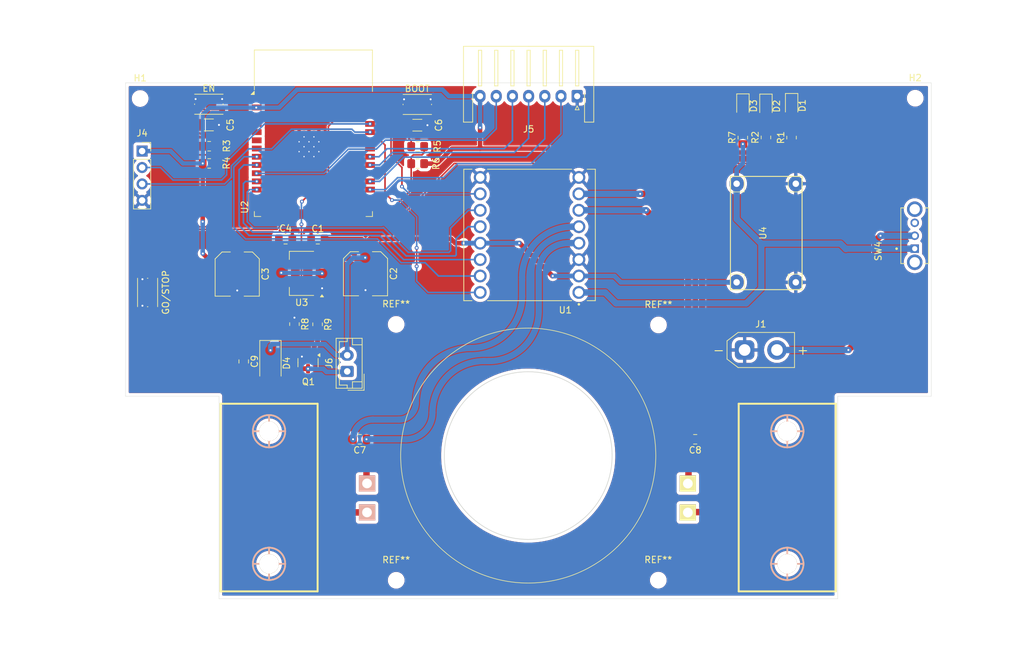
<source format=kicad_pcb>
(kicad_pcb (version 20241229) (generator "pcbnew") (generator_version "9.0")
  (layers (0 "F.Cu" signal) (2 "B.Cu" signal) (13 "F.Paste" user) (15 "B.Paste" user) (5 "F.SilkS" user "F.Silkscreen") (7 "B.SilkS" user "B.Silkscreen") (1 "F.Mask" user) (3 "B.Mask" user) (25 "Edge.Cuts" user))
  (net 0 "")
  (net 1 "GND")
  (net 2 "+5V")
  (net 3 "+3.3V")
  (net 4 "Net-(C5-Pad2)")
  (net 5 "Net-(C6-Pad2)")
  (net 6 "Net-(D1-A)")
  (net 7 "Net-(D2-A)")
  (net 8 "TXD0")
  (net 9 "EN")
  (net 10 "LED")
  (net 11 "RXD0")
  (net 12 "IO0")
  (net 13 "Net-(D3-A)")
  (net 14 "VCC")
  (net 22 "D23")
  (net 25 "Net-(U1-A01)")
  (net 26 "Net-(U1-A02)")
  (net 27 "Net-(U1-B01)")
  (net 28 "Net-(U1-B02)")
  (net 29 "Net-(J1-Pin_2)")
  (net 31 "M1")
  (net 32 "M0")
  (net 33 "M2")
  (net 34 "SIG")
  (net 35 "M3")
  (net 37 "BI1")
  (net 39 "PWMA")
  (net 44 "AI2")
  (net 45 "BI2")
  (net 47 "PWMB")
  (net 48 "AI1")
  (net 49 "D13")
  (net 50 "Net-(D4-A)")
  (net 51 "Net-(Q1-G)")
  (footprint "Capacitor_SMD:C_0805_2012Metric_Pad1.18x1.45mm_HandSolder" (layer "F.Cu") (at 166.5968 153.936798 -90)
    (property "Reference" "C9")
    (property "Value" "0.1uF")
  )
  (footprint "MountingHole:MountingHole_2.2mm_M2" (layer "F.Cu") (at 270.322 113.251998)
    (property "Reference" "H2")
    (property "Value" "Mounting_Hole")
  )
  (footprint "MountingHole:MountingHole_2.2mm_M2" (layer "F.Cu") (at 230.6668 148.296798)
    (property "Reference" "REF**")
    (property "Value" "MountingHole_2.2mm_M2")
  )
  (footprint "RF_Module:ESP32-WROOM-32" (layer "F.Cu") (at 177.3618 121.656798)
    (property "Reference" "U2")
    (property "Value" "ESP32-WROOM-32")
  )
  (footprint "LED_SMD:LED_0805_2012Metric_Pad1.15x1.40mm_HandSolder" (layer "F.Cu") (at 243.71 114.434999 -90)
    (property "Reference" "D3")
    (property "Value" "POWER")
  )
  (footprint "Capacitor_SMD:C_0805_2012Metric_Pad1.18x1.45mm_HandSolder" (layer "F.Cu") (at 173.0676 135.046098)
    (property "Reference" "C4")
    (property "Value" "100n")
  )
  (footprint "Capacitor_SMD:C_1206_3216Metric_Pad1.33x1.80mm_HandSolder" (layer "F.Cu") (at 161.2168 117.376798 180)
    (property "Reference" "C5")
    (property "Value" "1n")
  )
  (footprint "Button_Switch_SMD:SW_Push_1P1T_NO_CK_KMR2" (layer "F.Cu") (at 161.2168 114.176798)
    (property "Reference" "EN")
    (property "Value" "ENABLE")
  )
  (footprint "MountingHole:MountingHole_2.2mm_M2" (layer "F.Cu") (at 190.1568 187.766798)
    (property "Reference" "REF**")
    (property "Value" "MountingHole_2.2mm_M2")
  )
  (footprint "Resistor_SMD:R_0805_2012Metric_Pad1.20x1.40mm_HandSolder" (layer "F.Cu") (at 193.4676 123.360798)
    (property "Reference" "R6")
    (property "Value" "10k")
  )
  (footprint "Connector_PinSocket_2.54mm:PinSocket_1x04_P2.54mm_Vertical" (layer "F.Cu") (at 150.9068 121.419998)
    (property "Reference" "J4")
    (property "Value" "Programador")
  )
  (footprint "MixLib:Mini360_step-down" (layer "F.Cu") (at 247.3068 134.086798 -90)
    (property "Reference" "U4")
    (property "Value" "Mini360")
  )
  (footprint "Capacitor_SMD:C_0805_2012Metric_Pad1.18x1.45mm_HandSolder" (layer "F.Cu") (at 236.3368 165.966798 180)
    (property "Reference" "C8")
    (property "Value" "100n" (hide yes))
  )
  (footprint "Button_Switch_SMD:SW_Push_1P1T_NO_CK_KMR2" (layer "F.Cu") (at 151.7568 143.276798 -90)
    (property "Reference" "GO/STOP")
    (property "Value" "GO/STOP")
  )
  (footprint "MountingHole:MountingHole_2.2mm_M2" (layer "F.Cu") (at 150.602 113.291998)
    (property "Reference" "H1")
    (property "Value" "Mounting_Hole")
  )
  (footprint "LED_SMD:LED_0805_2012Metric_Pad1.15x1.40mm_HandSolder" (layer "F.Cu") (at 247.266 114.4768 -90)
    (property "Reference" "D2")
    (property "Value" "POWER")
  )
  (footprint "Bracket:Pololu_Micro_Bracket_Wheel_42mm" (layer "F.Cu") (at 170.5156 174.976798 90)
    (property "Reference" "Bracket1" (hide yes))
    (property "Value" "VAL**" (hide yes))
  )
  (footprint "Connector_JST:JST_XH_S7B-XH-A-1_1x07_P2.50mm_Horizontal" (layer "F.Cu") (at 218.1068 112.936798 180)
    (property "Reference" "J5")
    (property "Value" "Sensores")
  )
  (footprint "Resistor_SMD:R_0805_2012Metric_Pad1.20x1.40mm_HandSolder" (layer "F.Cu") (at 178.0068 148.196798 90)
    (property "Reference" "R9")
    (property "Value" "100")
  )
  (footprint "Diode_SMD:D_SMA" (layer "F.Cu") (at 170.7304 154.206798 -90)
    (property "Reference" "D4")
    (property "Value" "SS34")
  )
  (footprint "Resistor_SMD:R_0805_2012Metric_Pad1.20x1.40mm_HandSolder" (layer "F.Cu") (at 161.2668 120.676798)
    (property "Reference" "R3")
    (property "Value" "470")
  )
  (footprint "Connector_AMASS:AMASS_XT30UPB-M_1x02_P5.0mm_Vertical" (layer "F.Cu") (at 243.9668 152.166798)
    (property "Reference" "J1")
    (property "Value" "XT30")
  )
  (footprint "Capacitor_SMD:C_Elec_6.3x7.7" (layer "F.Cu") (at 165.6 140.430898 -90)
    (property "Reference" "C3")
    (property "Value" "100u")
  )
  (footprint "Package_TO_SOT_SMD:SOT-223-3_TabPin2" (layer "F.Cu") (at 175.5568 140.329298 180)
    (property "Reference" "U3")
    (property "Value" "AMS1117-3.3")
  )
  (footprint "Package_TO_SOT_SMD:SOT-23" (layer "F.Cu") (at 176.5368 154.125198 -90)
    (property "Reference" "Q1")
    (property "Value" "AO3400A")
  )
  (footprint "EESTN5:Cable_3_1,5mm" (layer "F.Cu") (at 235.1002 175.052998 90)
    (property "Reference" "J3" (hide yes))
    (property "Value" "Cable_PAD" (hide yes))
  )
  (footprint "Capacitor_SMD:C_1206_3216Metric_Pad1.33x1.80mm_HandSolder" (layer "F.Cu") (at 193.4168 117.417198 180)
    (property "Reference" "C6")
    (property "Value" "1n")
  )
  (footprint "Capacitor_SMD:C_0805_2012Metric_Pad1.18x1.45mm_HandSolder" (layer "F.Cu") (at 178.046 135.046098 180)
    (property "Reference" "C1")
    (property "Value" "100n")
  )
  (footprint "MountingHole:MountingHole_2.2mm_M2" (layer "F.Cu") (at 190.1468 148.206798)
    (property "Reference" "REF**")
    (property "Value" "MountingHole_2.2mm_M2")
  )
  (footprint "Resistor_SMD:R_0805_2012Metric_Pad1.20x1.40mm_HandSolder" (layer "F.Cu") (at 174.438 148.168798 -90)
    (property "Reference" "R8")
    (property "Value" "47k")
  )
  (footprint "Resistor_SMD:R_0805_2012Metric_Pad1.20x1.40mm_HandSolder" (layer "F.Cu") (at 251.2168 119.336798 90)
    (property "Reference" "R1")
    (property "Value" "470")
  )
  (footprint "Bracket:Pololu_Micro_Bracket_Wheel_42mm" (layer "F.Cu") (at 250.558 174.976798 -90)
    (property "Reference" "Bracket2" (hide yes))
    (property "Value" "VAL**" (hide yes))
  )
  (footprint "Connector_JST:JST_EH_B2B-EH-A_1x02_P2.50mm_Vertical" (layer "F.Cu") (at 182.5868 155.476798 90)
    (property "Reference" "J6")
    (property "Value" "Turbina")
  )
  (footprint "MixLib:SW_EG1247" (layer "F.Cu") (at 270.244301 134.506798 90)
    (property "Reference" "SW4")
    (property "Value" "SW_SPDT")
  )
  (footprint "Resistor_SMD:R_0805_2012Metric_Pad1.20x1.40mm_HandSolder" (layer "F.Cu") (at 161.2668 123.326798 180)
    (property "Reference" "R4")
    (property "Value" "10k")
  )
  (footprint "LED_SMD:LED_0805_2012Metric_Pad1.15x1.40mm_HandSolder" (layer "F.Cu") (at 251.2284 114.384198 -90)
    (property "Reference" "D1")
    (property "Value" "POWER")
  )
  (footprint "Capacitor_SMD:C_Elec_6.3x7.7" (layer "F.Cu") (at 185.412 140.380098 -90)
    (property "Reference" "C2")
    (property "Value" "100u")
  )
  (footprint "Resistor_SMD:R_0805_2012Metric_Pad1.20x1.40mm_HandSolder" (layer "F.Cu") (at 247.266 119.311799 90)
    (property "Reference" "R2")
    (property "Value" "1k")
  )
  (footprint "Resistor_SMD:R_0805_2012Metric_Pad1.20x1.40mm_HandSolder" (layer "F.Cu") (at 243.6984 119.336798 90)
    (property "Reference" "R7")
    (property "Value" "1k")
  )
  (footprint "Resistor_SMD:R_0805_2012Metric_Pad1.20x1.40mm_HandSolder" (layer "F.Cu") (at 193.4676 120.719198)
    (property "Reference" "R5")
    (property "Value" "470")
  )
  (footprint "Capacitor_SMD:C_0805_2012Metric_Pad1.18x1.45mm_HandSolder" (layer "F.Cu") (at 184.5268 165.966798 180)
    (property "Reference" "C7")
    (property "Value" "100n")
  )
  (footprint "TB6612FNG:MODULE_ROB-14450" (layer "F.Cu") (at 210.7492 134.381398 180)
    (property "Reference" "U1")
    (property "Value" "ROB-14450")
  )
  (footprint "MountingHole:MountingHole_2.2mm_M2" (layer "F.Cu") (at 230.6368 187.746798)
    (property "Reference" "REF**")
    (property "Value" "MountingHole_2.2mm_M2")
  )
  (footprint "Button_Switch_SMD:SW_Push_1P1T_NO_CK_KMR2" (layer "F.Cu") (at 193.4168 114.216798)
    (property "Reference" "BOOT")
    (property "Value" "BOOT")
  )
  (footprint "EESTN5:Cable_3_1,5mm" (layer "B.Cu") (at 185.5434 175.040598 -90)
    (property "Reference" "J2" (hide yes))
    (property "Value" "Cable_PAD" (hide yes))
  )
  (gr_circle (center 210.5468 168.488798) (end 230.250185 168.488798) (stroke (width 0.1)) (fill no) (layer "F.SilkS"))
  (gr_line (start 148.3468 125.716798) (end 148.344271 159.316798) (stroke (width 0.05)) (layer "Edge.Cuts"))
  (gr_line (start 162.787069 190.636798) (end 258.3488 190.636798) (stroke (width 0.05)) (layer "Edge.Cuts"))
  (gr_line (start 162.787069 159.316798) (end 162.787069 190.636798) (stroke (width 0.05)) (layer "Edge.Cuts"))
  (gr_line (start 258.3488 159.316798) (end 272.791598 159.316798) (stroke (width 0.05)) (layer "Edge.Cuts"))
  (gr_line (start 148.346404 110.876798) (end 148.3468 125.716798) (stroke (width 0.05)) (layer "Edge.Cuts"))
  (gr_line (start 272.7868 110.876798) (end 148.342002 110.876798) (stroke (width 0.05)) (layer "Edge.Cuts"))
  (gr_line (start 148.344271 159.316798) (end 162.787069 159.316798) (stroke (width 0.05)) (layer "Edge.Cuts"))
  (gr_line (start 258.3488 190.636798) (end 258.3488 159.316798) (stroke (width 0.05)) (layer "Edge.Cuts"))
  (gr_circle (center 210.5468 168.488798) (end 223.5048 168.488798) (stroke (width 0.1)) (fill no) (layer "Edge.Cuts"))
  (gr_line (start 272.7868 110.876798) (end 272.791598 159.316798) (stroke (width 0.05)) (layer "Edge.Cuts"))
  (via (at 150.9568 141.226799) (size 0.6) (drill 0.3) (layers "F.Cu" "B.Cu") (net 1))
  (via (at 178.7068 142.629298) (size 0.6) (drill 0.3) (layers "F.Cu" "B.Cu") (net 1))
  (via (at 194.9793 117.417198) (size 0.6) (drill 0.3) (layers "F.Cu" "B.Cu") (net 1))
  (via (at 175.5868 153.187698) (size 0.6) (drill 0.3) (layers "F.Cu" "B.Cu") (net 1))
  (via (at 185.412 142.917597) (size 0.6) (drill 0.3) (layers "F.Cu" "B.Cu") (net 1))
  (via (at 174.438 147.168798) (size 0.6) (drill 0.3) (layers "F.Cu" "B.Cu") (net 1))
  (via (at 150.9568 145.326797) (size 0.6) (drill 0.3) (layers "F.Cu" "B.Cu") (net 1))
  (via (at 165.6 142.968397) (size 0.6) (drill 0.3) (layers "F.Cu" "B.Cu") (net 1))
  (via (at 191.366801 113.416798) (size 0.6) (drill 0.3) (layers "F.Cu" "B.Cu") (net 1))
  (via (at 159.166801 113.376798) (size 0.6) (drill 0.3) (layers "F.Cu" "B.Cu") (net 1))
  (via (at 195.466799 113.416798) (size 0.6) (drill 0.3) (layers "F.Cu" "B.Cu") (net 1))
  (via (at 162.7793 117.376798) (size 0.6) (drill 0.3) (layers "F.Cu" "B.Cu") (net 1))
  (via (at 163.266799 113.376798) (size 0.6) (drill 0.3) (layers "F.Cu" "B.Cu") (net 1))
  (segment (start 185.225301 138.029298) (end 185.3573 137.897298) (width 0.75) (layer "F.Cu") (net 2))
  (segment (start 209.2014 135.651398) (end 214.2814 140.731398) (width 0.75) (layer "F.Cu") (net 2))
  (segment (start 185.4516 135.631998) (end 185.412 135.631998) (width 0.75) (layer "F.Cu") (net 2))
  (segment (start 178.7068 138.029298) (end 185.225301 138.029298) (width 0.75) (layer "F.Cu") (net 2))
  (segment (start 185.412 135.631998) (end 184.8261 135.046098) (width 0.75) (layer "F.Cu") (net 2))
  (segment (start 184.8261 135.046098) (end 179.0835 135.046098) (width 0.75) (layer "F.Cu") (net 2))
  (segment (start 214.2814 140.731398) (end 214.3368 140.731398) (width 0.75) (layer "F.Cu") (net 2))
  (segment (start 199.2814 135.651398) (end 198.6168 134.986798) (width 0.75) (layer "F.Cu") (net 2))
  (segment (start 209.1468 135.651398) (end 209.2014 135.651398) (width 0.75) (layer "F.Cu") (net 2))
  (segment (start 167.289301 152.206797) (end 166.5968 152.899298) (width 0.75) (layer "F.Cu") (net 2))
  (segment (start 185.412 137.842599) (end 185.412 135.631998) (width 0.75) (layer "F.Cu") (net 2))
  (segment (start 186.0968 134.986798) (end 185.4516 135.631998) (width 0.75) (layer "F.Cu") (net 2))
  (segment (start 198.6168 134.986798) (end 186.0968 134.986798) (width 0.75) (layer "F.Cu") (net 2))
  (segment (start 170.7304 152.206797) (end 167.289301 152.206797) (width 0.75) (layer "F.Cu") (net 2))
  (segment (start 200.5722 135.651398) (end 199.2814 135.651398) (width 0.75) (layer "F.Cu") (net 2))
  (segment (start 185.3573 137.897298) (end 185.412 137.842599) (width 0.75) (layer "F.Cu") (net 2))
  (via (at 170.7304 152.206797) (size 0.6) (drill 0.3) (layers "F.Cu" "B.Cu") (net 2))
  (via (at 200.5722 135.651398) (size 0.6) (drill 0.3) (layers "F.Cu" "B.Cu") (net 2))
  (via (at 214.3368 140.731398) (size 0.6) (drill 0.3) (layers "F.Cu" "B.Cu") (net 2))
  (via (at 185.3573 137.897298) (size 0.6) (drill 0.3) (layers "F.Cu" "B.Cu") (net 2))
  (via (at 209.1468 135.651398) (size 0.6) (drill 0.3) (layers "F.Cu" "B.Cu") (net 2))
  (segment (start 183.5463 137.897298) (end 185.3573 137.897298) (width 0.75) (layer "B.Cu") (net 2))
  (segment (start 203.1292 135.651398) (end 200.5722 135.651398) (width 0.75) (layer "B.Cu") (net 2))
  (segment (start 218.3692 140.731398) (end 214.3368 140.731398) (width 0.75) (layer "B.Cu") (net 2))
  (segment (start 180.8468 152.976798) (end 182.5868 152.976798) (width 0.75) (layer "B.Cu") (net 2))
  (segment (start 179.1268 151.256798) (end 180.8468 152.976798) (width 0.75) (layer "B.Cu") (net 2))
  (segment (start 223.8614 140.731398) (end 218.3692 140.731398) (width 0.75) (layer "B.Cu") (net 2))
  (segment (start 182.5868 152.976798) (end 182.5868 138.856798) (width 0.75) (layer "B.Cu") (net 2))
  (segment (start 205.0568 135.651398) (end 203.1292 135.651398) (width 0.75) (layer "B.Cu") (net 2))
  (segment (start 242.7368 141.706798) (end 224.8368 141.706798) (width 0.75) (layer "B.Cu") (net 2))
  (segment (start 170.7304 152.206797) (end 170.7304 151.533198) (width 0.75) (layer "B.Cu") (net 2))
  (segment (start 182.5868 138.856798) (end 183.5463 137.897298) (width 0.75) (layer "B.Cu") (net 2))
  (segment (start 170.7304 151.533198) (end 171.0068 151.256798) (width 0.75) (layer "B.Cu") (net 2))
  (segment (start 200.5722 135.651398) (end 200.5668 135.656798) (width 0.75) (layer "B.Cu") (net 2))
  (segment (start 224.8368 141.706798) (end 223.8614 140.731398) (width 0.75) (layer "B.Cu") (net 2))
  (segment (start 171.0068 151.256798) (end 179.1268 151.256798) (width 0.75) (layer "B.Cu") (net 2))
  (segment (start 209.1468 135.651398) (end 205.0568 135.651398) (width 0.75) (layer "B.Cu") (net 2))
  (segment (start 214.1568 121.036798) (end 214.766 121.645998) (width 0.7) (layer "F.Cu") (net 3))
  (segment (start 172.406801 140.329298) (end 172.406801 140.236798) (width 0.7) (layer "F.Cu") (net 3))
  (segment (start 214.766 121.645998) (end 246.5876 121.645998) (width 0.7) (layer "F.Cu") (net 3))
  (segment (start 160.923401 137.893399) (end 160.2868 137.256798) (width 0.7) (layer "F.Cu") (net 3))
  (segment (start 167.053401 137.893399) (end 165.6 137.893399) (width 0.7) (layer "F.Cu") (net 3))
  (segment (start 196.4628 123.360798) (end 198.7768 121.046798) (width 0.7) (layer "F.Cu") (net 3))
  (segment (start 203.1068 121.056798) (end 203.1268 121.036798) (width 0.7) (layer "F.Cu") (net 3))
  (segment (start 203.0968 121.046798) (end 203.1068 121.056798) (width 0.7) (layer "F.Cu") (net 3))
  (segment (start 194.4676 123.360798) (end 194.4668 123.359998) (width 0.25) (layer "F.Cu") (net 3))
  (segment (start 172.406801 137.596799) (end 172.0301 137.220098) (width 0.7) (layer "F.Cu") (net 3))
  (segment (start 198.7768 121.046798) (end 203.0968 121.046798) (width 0.7) (layer "F.Cu") (net 3))
  (segment (start 247.266 120.967598) (end 247.266 120.311799) (width 0.7) (layer "F.Cu") (net 3))
  (segment (start 203.1268 121.036798) (end 214.1568 121.036798) (width 0.7) (layer "F.Cu") (net 3))
  (segment (start 203.1068 121.056798) (end 203.1068 117.786798) (width 0.7) (layer "F.Cu") (net 3))
  (segment (start 160.2668 123.326798) (end 160.2668 132.336798) (width 0.7) (layer "F.Cu") (net 3))
  (segment (start 172.406801 140.329298) (end 169.4893 140.329298) (width 0.7) (layer "F.Cu") (net 3))
  (segment (start 172.0301 137.220098) (end 172.0301 135.046098) (width 0.7) (layer "F.Cu") (net 3))
  (segment (start 194.4676 123.360798) (end 196.4628 123.360798) (width 0.7) (layer "F.Cu") (net 3))
  (segment (start 246.5876 121.645998) (end 247.266 120.967598) (width 0.7) (layer "F.Cu") (net 3))
  (segment (start 165.6 137.893399) (end 160.923401 137.893399) (width 0.7) (layer "F.Cu") (net 3))
  (segment (start 172.406801 140.236798) (end 172.406801 137.596799) (width 0.7) (layer "F.Cu") (net 3))
  (segment (start 169.4893 140.329298) (end 167.053401 137.893399) (width 0.7) (layer "F.Cu") (net 3))
  (via (at 160.2868 137.256798) (size 0.6) (drill 0.3) (layers "F.Cu" "B.Cu") (net 3))
  (via (at 178.706799 140.329298) (size 0.6) (drill 0.3) (layers "F.Cu" "B.Cu") (net 3))
  (via (at 203.1068 117.786798) (size 0.6) (drill 0.3) (layers "F.Cu" "B.Cu") (net 3))
  (via (at 160.2668 123.326798) (size 0.6) (drill 0.3) (layers "F.Cu" "B.Cu") (net 3))
  (via (at 172.406801 140.236798) (size 0.6) (drill 0.3) (layers "F.Cu" "B.Cu") (net 3))
  (via (at 168.5368 114.696798) (size 0.6) (drill 0.3) (layers "F.Cu" "B.Cu") (net 3))
  (via (at 160.2668 132.336798) (size 0.6) (drill 0.3) (layers "F.Cu" "B.Cu") (net 3))
  (segment (start 203.1068 112.936798) (end 198.2968 112.936798) (width 0.7) (layer "B.Cu") (net 3))
  (segment (start 178.614299 140.236798) (end 178.706799 140.329298) (width 0.7) (layer "B.Cu") (net 3))
  (segment (start 203.1068 112.936798) (end 203.1068 117.786798) (width 0.7) (layer "B.Cu") (net 3))
  (segment (start 198.2968 112.936798) (end 197.2868 111.926798) (width 0.7) (layer "B.Cu") (net 3))
  (segment (start 172.0668 114.696798) (end 168.5368 114.696798) (width 0.7) (layer "B.Cu") (net 3))
  (segment (start 160.2668 123.326798) (end 160.2668 115.796798) (width 0.7) (layer "B.Cu") (net 3))
  (segment (start 160.2668 137.236798) (end 160.2868 137.256798) (width 0.7) (layer "B.Cu") (net 3))
  (segment (start 197.2868 111.926798) (end 174.8368 111.926798) (width 0.7) (layer "B.Cu") (net 3))
  (segment (start 155.3 121.419998) (end 150.9068 121.419998) (width 0.7) (layer "B.Cu") (net 3))
  (segment (start 174.8368 111.926798) (end 172.0668 114.696798) (width 0.7) (layer "B.Cu") (net 3))
  (segment (start 172.406801 140.236798) (end 178.614299 140.236798) (width 0.7) (layer "B.Cu") (net 3))
  (segment (start 160.2668 123.326798) (end 157.2068 123.326798) (width 0.7) (layer "B.Cu") (net 3))
  (segment (start 157.2068 123.326798) (end 155.3 121.419998) (width 0.7) (layer "B.Cu") (net 3))
  (segment (start 160.2668 132.336798) (end 160.2668 137.236798) (width 0.7) (layer "B.Cu") (net 3))
  (segment (start 160.2668 115.796798) (end 161.3668 114.696798) (width 0.7) (layer "B.Cu") (net 3))
  (segment (start 161.3668 114.696798) (end 168.5368 114.696798) (width 0.7) (layer "B.Cu") (net 3))
  (segment (start 159.6543 117.376798) (end 159.6543 118.504298) (width 0.25) (layer "F.Cu") (net 4))
  (segment (start 160.2668 119.116798) (end 160.2668 120.676798) (width 0.25) (layer "F.Cu") (net 4))
  (segment (start 159.166801 115.866799) (end 159.6543 116.354298) (width 0.25) (layer "F.Cu") (net 4))
  (segment (start 159.166801 114.976798) (end 159.166801 115.866799) (width 0.25) (layer "F.Cu") (net 4))
  (segment (start 159.166801 114.976798) (end 163.266799 114.976798) (width 0.25) (layer "F.Cu") (net 4))
  (segment (start 159.6543 118.504298) (end 160.2668 119.116798) (width 0.25) (layer "F.Cu") (net 4))
  (segment (start 159.6543 116.354298) (end 159.6543 117.376798) (width 0.25) (layer "F.Cu") (net 4))
  (segment (start 192.4676 119.837598) (end 191.8543 119.224298) (width 0.25) (layer "F.Cu") (net 5))
  (segment (start 191.3568 116.146798) (end 191.366801 116.136797) (width 0.25) (layer "F.Cu") (net 5))
  (segment (start 191.8543 117.417198) (end 191.8543 116.644298) (width 0.25) (layer "F.Cu") (net 5))
  (segment (start 191.8543 119.224298) (end 191.8543 117.417198) (width 0.25) (layer "F.Cu") (net 5))
  (segment (start 192.4676 120.719198) (end 192.4676 119.837598) (width 0.25) (layer "F.Cu") (net 5))
  (segment (start 191.366801 115.016798) (end 195.466799 115.016798) (width 0.25) (layer "F.Cu") (net 5))
  (segment (start 191.8543 116.644298) (end 191.3568 116.146798) (width 0.25) (layer "F.Cu") (net 5))
  (segment (start 191.366801 116.136797) (end 191.366801 115.016798) (width 0.25) (layer "F.Cu") (net 5))
  (segment (start 251.2168 115.420797) (end 251.2284 115.409197) (width 0.75) (layer "F.Cu") (net 6))
  (segment (start 251.2168 118.336798) (end 251.2168 115.420797) (width 0.75) (layer "F.Cu") (net 6))
  (segment (start 247.266 118.311799) (end 247.266 115.501799) (width 0.75) (layer "F.Cu") (net 7))
  (via (at 186.1118 117.216798) (size 0.6) (drill 0.3) (layers "F.Cu" "B.Cu") (net 8))
  (segment (start 163.9668 125.106798) (end 163.9668 123.066798) (width 0.25) (layer "B.Cu") (net 8))
  (segment (start 153.74 123.959998) (end 155.6668 125.886798) (width 0.25) (layer "B.Cu") (net 8))
  (segment (start 163.9668 123.066798) (end 169.8168 117.216798) (width 0.25) (layer "B.Cu") (net 8))
  (segment (start 155.6668 125.886798) (end 163.1868 125.886798) (width 0.25) (layer "B.Cu") (net 8))
  (segment (start 150.9068 123.959998) (end 153.74 123.959998) (width 0.25) (layer "B.Cu") (net 8))
  (segment (start 169.8168 117.216798) (end 186.1118 117.216798) (width 0.25) (layer "B.Cu") (net 8))
  (segment (start 163.1868 125.886798) (end 163.9668 125.106798) (width 0.25) (layer "B.Cu") (net 8))
  (segment (start 165.2068 119.976798) (end 164.5068 120.676798) (width 0.25) (layer "F.Cu") (net 9))
  (segment (start 167.0168 115.946798) (end 165.2068 117.756798) (width 0.25) (layer "F.Cu") (net 9))
  (segment (start 164.5068 120.676798) (end 162.2668 120.676798) (width 0.25) (layer "F.Cu") (net 9))
  (segment (start 162.2668 123.326798) (end 162.2668 120.676798) (width 0.25) (layer "F.Cu") (net 9))
  (segment (start 165.2068 117.756798) (end 165.2068 119.976798) (width 0.25) (layer "F.Cu") (net 9))
  (segment (start 168.611799 115.946798) (end 167.0168 115.946798) (width 0.25) (layer "F.Cu") (net 9))
  (segment (start 251.2168 122.506798) (end 251.2168 120.336798) (width 0.25) (layer "F.Cu") (net 10))
  (segment (start 191.2868 131.166798) (end 199.1218 123.331798) (width 0.25) (layer "F.Cu") (net 10))
  (segment (start 199.1218 123.331798) (end 250.3918 123.331798) (width 0.25) (layer "F.Cu") (net 10))
  (segment (start 183.0818 131.166798) (end 191.2868 131.166798) (width 0.25) (layer "F.Cu") (net 10))
  (segment (start 250.3918 123.331798) (end 251.2168 122.506798) (width 0.25) (layer "F.Cu") (net 10))
  (via (at 186.111802 118.486798) (size 0.6) (drill 0.3) (layers "F.Cu" "B.Cu") (net 11))
  (segment (start 150.9068 126.499998) (end 163.6636 126.499998) (width 0.25) (layer "B.Cu") (net 11))
  (segment (start 164.6888 123.730225) (end 167.342227 121.076798) (width 0.25) (layer "B.Cu") (net 11))
  (segment (start 183.3068 118.036798) (end 183.7568 118.486798) (width 0.25) (layer "B.Cu") (net 11))
  (segment (start 183.7568 118.486798) (end 186.111802 118.486798) (width 0.25) (layer "B.Cu") (net 11))
  (segment (start 173.9568 118.036798) (end 183.3068 118.036798) (width 0.25) (layer "B.Cu") (net 11))
  (segment (start 164.6888 125.474798) (end 164.6888 123.730225) (width 0.25) (layer "B.Cu") (net 11))
  (segment (start 167.342227 121.076798) (end 170.9168 121.076798) (width 0.25) (layer "B.Cu") (net 11))
  (segment (start 163.6636 126.499998) (end 164.6888 125.474798) (width 0.25) (layer "B.Cu") (net 11))
  (segment (start 170.9168 121.076798) (end 173.9568 118.036798) (width 0.25) (layer "B.Cu") (net 11))
  (segment (start 192.4676 122.335998) (end 192.7968 122.006798) (width 0.25) (layer "F.Cu") (net 12))
  (segment (start 192.7968 122.006798) (end 194.1468 122.006798) (width 0.25) (layer "F.Cu") (net 12))
  (segment (start 192.4676 123.360798) (end 192.4676 127.425999) (width 0.25) (layer "F.Cu") (net 12))
  (segment (start 194.4668 120.719998) (end 194.4676 120.719198) (width 0.25) (layer "F.Cu") (net 12))
  (segment (start 192.4676 127.425999) (end 189.9768 129.916799) (width 0.25) (layer "F.Cu") (net 12))
  (segment (start 186.1118 129.916799) (end 189.9768 129.916799) (width 0.25) (layer "F.Cu") (net 12))
  (segment (start 192.4676 123.360798) (end 192.4676 122.335998) (width 0.25) (layer "F.Cu") (net 12))
  (segment (start 194.1468 122.006798) (end 194.4676 121.685998) (width 0.25) (layer "F.Cu") (net 12))
  (segment (start 194.4676 121.685998) (end 194.4676 120.719198) (width 0.25) (layer "F.Cu") (net 12))
  (segment (start 243.6984 118.336798) (end 243.6984 115.471598) (width 0.75) (layer "F.Cu") (net 13))
  (segment (start 243.6984 115.471598) (end 243.71 115.459998) (width 0.75) (layer "F.Cu") (net 13))
  (via (at 243.6984 120.336798) (size 0.6) (drill 0.3) (layers "F.Cu" "B.Cu") (net 14))
  (segment (start 243.6984 123.305198) (end 242.7368 124.266798) (width 0.75) (layer "B.Cu") (net 14))
  (segment (start 259.676799 136.506799) (end 270.244301 136.506799) (width 1) (layer "B.Cu") (net 14))
  (segment (start 218.3692 143.271398) (end 222.4214 143.271398) (width 1) (layer "B.Cu") (net 14))
  (segment (start 246.5468 135.726798) (end 258.7768 135.726798) (width 1) (layer "B.Cu") (net 14))
  (segment (start 242.7368 124.266798) (end 242.7368 126.466798) (width 0.75) (layer "B.Cu") (net 14))
  (segment (start 243.6984 120.336798) (end 243.6984 123.305198) (width 0.75) (layer "B.Cu") (net 14))
  (segment (start 246.5468 135.726798) (end 242.7368 131.916798) (width 1) (layer "B.Cu") (net 14))
  (segment (start 246.5468 142.626798) (end 246.5468 135.726798) (width 1) (layer "B.Cu") (net 14))
  (segment (start 242.7368 131.916798) (end 242.7368 126.466798) (width 1) (layer "B.Cu") (net 14))
  (segment (start 258.7768 135.726798) (end 259.6168 136.566798) (width 1) (layer "B.Cu") (net 14))
  (segment (start 222.4214 143.271398) (end 224.1068 144.956798) (width 1) (layer "B.Cu") (net 14))
  (segment (start 259.6168 136.566798) (end 259.676799 136.506799) (width 1) (layer "B.Cu") (net 14))
  (segment (start 244.2168 144.956798) (end 246.5468 142.626798) (width 1) (layer "B.Cu") (net 14))
  (segment (start 224.1068 144.956798) (end 244.2168 144.956798) (width 1) (layer "B.Cu") (net 14))
  (segment (start 177.2568 144.966798) (end 176.5968 144.966798) (width 0.25) (layer "F.Cu") (net 22))
  (segment (start 178.6668 127.676798) (end 179.6768 126.666798) (width 0.25) (layer "F.Cu") (net 22))
  (segment (start 182.5868 114.676798) (end 186.1118 114.676798) (width 0.25) (layer "F.Cu") (net 22))
  (segment (start 175.5868 129.226798) (end 177.1068 127.706798) (width 0.25) (layer "F.Cu") (net 22))
  (segment (start 175.5168 143.886798) (end 175.5168 132.736798) (width 0.25) (layer "F.Cu") (net 22))
  (segment (start 178.0068 145.716798) (end 177.5368 145.246798) (width 0.25) (layer "F.Cu") (net 22))
  (segment (start 177.1068 127.706798) (end 178.6668 127.706798) (width 0.25) (layer "F.Cu") (net 22))
  (segment (start 177.5368 145.246798) (end 177.2568 144.966798) (width 0.25) (layer "F.Cu") (net 22))
  (segment (start 176.5968 144.966798) (end 175.5168 143.886798) (width 0.25) (layer "F.Cu") (net 22))
  (segment (start 179.6768 117.586798) (end 182.5868 114.676798) (width 0.25) (layer "F.Cu") (net 22))
  (segment (start 178.6668 127.706798) (end 178.6668 127.676798) (width 0.25) (layer "F.Cu") (net 22))
  (segment (start 179.6768 126.666798) (end 179.6768 117.586798) (width 0.25) (layer "F.Cu") (net 22))
  (segment (start 178.0068 147.196798) (end 178.0068 145.716798) (width 0.25) (layer "F.Cu") (net 22))
  (via (at 175.5168 132.736798) (size 0.6) (drill 0.3) (layers "F.Cu" "B.Cu") (net 22))
  (via (at 175.5868 129.226798) (size 0.6) (drill 0.3) (layers "F.Cu" "B.Cu") (net 22))
  (segment (start 175.5868 129.226798) (end 175.5168 129.296798) (width 0.25) (layer "B.Cu") (net 22))
  (segment (start 175.5168 129.296798) (end 175.5168 132.736798) (width 0.25) (layer "B.Cu") (net 22))
  (segment (start 185.645 172.797798) (end 185.5643 172.717098) (width 1) (layer "F.Cu") (net 25))
  (segment (start 185.5643 172.717098) (end 185.5643 165.966798) (width 1) (layer "F.Cu") (net 25))
  (via (at 185.5643 165.966798) (size 0.6) (drill 0.3) (layers "F.Cu" "B.Cu") (net 25))
  (segment (start 212.1668 140.166798) (end 212.1668 146.206798) (width 1) (layer "B.Cu") (net 25))
  (segment (start 185.5643 165.966798) (end 191.6468 165.966798) (width 1) (layer "B.Cu") (net 25))
  (segment (start 218.3692 135.651398) (end 216.6822 135.651398) (width 1) (layer "B.Cu") (net 25))
  (segment (start 204.4968 153.876798) (end 203.7368 153.876798) (width 1) (layer "B.Cu") (net 25))
  (arc (start 216.6822 135.651398) (mid 213.48933 136.973928) (end 212.1668 140.166798) (width 1) (layer "B.Cu") (net 25))
  (arc (start 203.7368 153.876798) (mid 198.094088 156.214086) (end 195.7568 161.856798) (width 1) (layer "B.Cu") (net 25))
  (arc (start 212.1668 146.206798) (mid 209.920309 151.630307) (end 204.4968 153.876798) (width 1) (layer "B.Cu") (net 25))
  (arc (start 191.6468 165.966798) (mid 194.553009 164.763007) (end 195.7568 161.856798) (width 1) (layer "B.Cu") (net 25))
  (segment (start 182.5368 165.966798) (end 181.8268 166.676798) (width 1) (layer "F.Cu") (net 26))
  (segment (start 181.8268 166.676798) (end 181.8268 176.246798) (width 1) (layer "F.Cu") (net 26))
  (segment (start 181.8268 176.246798) (end 182.8558 177.275798) (width 1) (layer "F.Cu") (net 26))
  (segment (start 183.4893 165.966798) (end 182.5368 165.966798) (width 1) (layer "F.Cu") (net 26))
  (segment (start 182.8558 177.275798) (end 185.645 177.275798) (width 1) (layer "F.Cu") (net 26))
  (via (at 183.4893 165.966798) (size 0.6) (drill 0.3) (layers "F.Cu" "B.Cu") (net 26))
  (segment (start 209.5968 140.916798) (end 209.5968 141.356798) (width 1) (layer "B.Cu") (net 26))
  (segment (start 186.5293 162.926798) (end 190.568398 162.926798) (width 1) (layer "B.Cu") (net 26))
  (segment (start 209.5968 141.356798) (end 209.5968 143.898401) (width 1) (layer "B.Cu") (net 26))
  (segment (start 218.3692 133.111398) (end 217.4022 133.111398) (width 1) (layer "B.Cu") (net 26))
  (arc (start 217.4022 133.111398) (mid 211.882949 135.397547) (end 209.5968 140.916798) (width 1) (layer "B.Cu") (net 26))
  (arc (start 183.4893 165.966798) (mid 184.379695 163.817193) (end 186.5293 162.926798) (width 1) (layer "B.Cu") (net 26))
  (arc (start 201.628401 151.866798) (mid 207.262911 149.532909) (end 209.5968 143.898401) (width 1) (layer "B.Cu") (net 26))
  (arc (start 193.188398 160.306798) (mid 195.660418 154.338818) (end 201.628401 151.866798) (width 1) (layer "B.Cu") (net 26))
  (arc (start 190.568398 162.926798) (mid 192.421018 162.159418) (end 193.188398 160.306798) (width 1) (layer "B.Cu") (net 26))
  (segment (start 237.3743 165.966798) (end 238.4868 165.966798) (width 1) (layer "F.Cu") (net 27))
  (segment (start 238.1178 177.225798) (end 235.3286 177.225798) (width 1) (layer "F.Cu") (net 27))
  (segment (start 238.4868 165.966798) (end 239.1468 166.626798) (width 1) (layer "F.Cu") (net 27))
  (segment (start 239.1468 166.626798) (end 239.1468 176.196798) (width 1) (layer "F.Cu") (net 27))
  (segment (start 227.8368 128.031398) (end 229.5814 128.031398) (width 1) (layer "F.Cu") (net 27))
  (segment (start 237.4168 165.924298) (end 237.3743 165.966798) (width 1) (layer "F.Cu") (net 27))
  (segment (start 237.4168 135.866798) (end 237.4168 165.924298) (width 1) (layer "F.Cu") (net 27))
  (segment (start 239.1468 176.196798) (end 238.1178 177.225798) (width 1) (layer "F.Cu") (net 27))
  (segment (start 229.5814 128.031398) (end 237.4168 135.866798) (width 1) (layer "F.Cu") (net 27))
  (via (at 227.8368 128.031398) (size 0.6) (drill 0.3) (layers "F.Cu" "B.Cu") (net 27))
  (segment (start 227.8368 128.031398) (end 218.3692 128.031398) (width 1) (layer "B.Cu") (net 27))
  (segment (start 235.2668 137.076798) (end 235.2668 165.934298) (width 1) (layer "F.Cu") (net 28))
  (segment (start 235.2993 172.720298) (end 235.2993 166.361798) (width 1) (layer "F.Cu") (net 28))
  (segment (start 235.2993 166.361798) (end 235.2018 166.264298) (width 1) (layer "F.Cu") (net 28))
  (segment (start 228.7614 130.571398) (end 235.2668 137.076798) (width 1) (layer "F.Cu") (net 28))
  (segment (start 235.2018 172.817798) (end 235.2993 172.720298) (width 1) (layer "F.Cu") (net 28))
  (via (at 228.7614 130.571398) (size 0.6) (drill 0.3) (layers "F.Cu" "B.Cu") (net 28))
  (arc (start 235.2668 165.934298) (mid 235.276319 165.957279) (end 235.2993 165.966798) (width 1) (layer "F.Cu") (net 28))
  (segment (start 228.7614 130.571398) (end 218.3692 130.571398) (width 1) (layer "B.Cu") (net 28))
  (segment (start 264.1468 148.016798) (end 264.1468 135.316798) (width 1) (layer "F.Cu") (net 29))
  (segment (start 264.1468 135.316798) (end 264.9568 134.506798) (width 1) (layer "F.Cu") (net 29))
  (segment (start 259.9968 152.166798) (end 264.1468 148.016798) (width 1) (layer "F.Cu") (net 29))
  (via (at 259.9968 152.166798) (size 0.6) (drill 0.3) (layers "F.Cu" "B.Cu") (net 29))
  (via (at 264.9568 134.506798) (size 0.6) (drill 0.3) (layers "F.Cu" "B.Cu") (net 29))
  (segment (start 264.9568 134.506798) (end 270.244301 134.506798) (width 1) (layer "B.Cu") (net 29))
  (segment (start 248.9668 152.166798) (end 259.9968 152.166798) (width 1) (layer "B.Cu") (net 29))
  (via (at 186.1118 123.566798) (size 0.6) (drill 0.3) (layers "F.Cu" "B.Cu") (net 31))
  (segment (start 210.6068 112.936798) (end 210.6068 119.446798) (width 0.25) (layer "B.Cu") (net 31))
  (segment (start 210.6068 119.446798) (end 208.4068 121.646798) (width 0.25) (layer "B.Cu") (net 31))
  (segment (start 187.6068 123.566798) (end 186.1118 123.566798) (width 0.25) (layer "B.Cu") (net 31))
  (segment (start 189.5268 121.646798) (end 187.6068 123.566798) (width 0.25) (layer "B.Cu") (net 31))
  (segment (start 208.4068 121.646798) (end 189.5268 121.646798) (width 0.25) (layer "B.Cu") (net 31))
  (via (at 186.111801 122.296798) (size 0.6) (drill 0.3) (layers "F.Cu" "B.Cu") (net 32))
  (segment (start 188.7468 121.046798) (end 187.4968 122.296798) (width 0.25) (layer "B.Cu") (net 32))
  (segment (start 206.8468 121.046798) (end 188.7468 121.046798) (width 0.25) (layer "B.Cu") (net 32))
  (segment (start 187.4968 122.296798) (end 186.111801 122.296798) (width 0.25) (layer "B.Cu") (net 32))
  (segment (start 208.1068 112.936798) (end 208.1068 119.786798) (width 0.25) (layer "B.Cu") (net 32))
  (segment (start 208.1068 119.786798) (end 206.8468 121.046798) (width 0.25) (layer "B.Cu") (net 32))
  (via (at 186.111799 126.106798) (size 0.6) (drill 0.3) (layers "F.Cu" "B.Cu") (net 33))
  (segment (start 186.111799 126.106798) (end 187.5868 126.106798) (width 0.25) (layer "B.Cu") (net 33))
  (segment (start 187.5868 126.106798) (end 191.3468 122.346798) (width 0.25) (layer "B.Cu") (net 33))
  (segment (start 191.3468 122.346798) (end 210.2868 122.346798) (width 0.25) (layer "B.Cu") (net 33))
  (segment (start 213.1068 112.936798) (end 213.1068 119.526798) (width 0.25) (layer "B.Cu") (net 33))
  (segment (start 210.2868 122.346798) (end 213.1068 119.526798) (width 0.25) (layer "B.Cu") (net 33))
  (via (at 168.5768 124.866798) (size 0.6) (drill 0.3) (layers "F.Cu" "B.Cu") (net 34))
  (segment (start 205.6268 113.156798) (end 205.6068 113.176798) (width 0.25) (layer "B.Cu") (net 34))
  (segment (start 205.6068 113.176798) (end 205.6068 117.986798) (width 0.25) (layer "B.Cu") (net 34))
  (segment (start 179.0168 124.866798) (end 168.5768 124.866798) (width 0.25) (layer "B.Cu") (net 34))
  (segment (start 203.8668 119.726798) (end 188.4768 119.726798) (width 0.25) (layer "B.Cu") (net 34))
  (segment (start 188.4768 119.726798) (end 187.0868 121.116798) (width 0.25) (layer "B.Cu") (net 34))
  (segment (start 182.7668 121.116798) (end 179.0168 124.866798) (width 0.25) (layer "B.Cu") (net 34))
  (segment (start 205.6068 117.986798) (end 203.8668 119.726798) (width 0.25) (layer "B.Cu") (net 34))
  (segment (start 187.0868 121.116798) (end 182.7668 121.116798) (width 0.25) (layer "B.Cu") (net 34))
  (via (at 186.111801 127.376795) (size 0.6) (drill 0.3) (layers "F.Cu" "B.Cu") (net 35))
  (segment (start 190.3668 125.526798) (end 188.516803 127.376795) (width 0.25) (layer "B.Cu") (net 35))
  (segment (start 215.6168 113.016798) (end 215.6068 113.026798) (width 0.25) (layer "B.Cu") (net 35))
  (segment (start 210.9868 123.366798) (end 199.6468 123.366798) (width 0.25) (layer "B.Cu") (net 35))
  (segment (start 199.6468 123.366798) (end 197.4868 125.526798) (width 0.25) (layer "B.Cu") (net 35))
  (segment (start 215.6068 118.746798) (end 210.9868 123.366798) (width 0.25) (layer "B.Cu") (net 35))
  (segment (start 188.516803 127.376795) (end 186.111801 127.376795) (width 0.25) (layer "B.Cu") (net 35))
  (segment (start 197.4868 125.526798) (end 190.3668 125.526798) (width 0.25) (layer "B.Cu") (net 35))
  (segment (start 215.6068 113.026798) (end 215.6068 118.746798) (width 0.25) (layer "B.Cu") (net 35))
  (via (at 168.6118 126.106798) (size 0.6) (drill 0.3) (layers "F.Cu" "B.Cu") (net 37))
  (segment (start 167.9668 133.946798) (end 166.5568 132.536798) (width 0.25) (layer "B.Cu") (net 37))
  (segment (start 166.8868 126.106798) (end 168.6118 126.106798) (width 0.25) (layer "B.Cu") (net 37))
  (segment (start 199.2768 137.626798) (end 191.6868 137.626798) (width 0.25) (layer "B.Cu") (net 37))
  (segment (start 188.0068 133.946798) (end 167.9668 133.946798) (width 0.25) (layer "B.Cu") (net 37))
  (segment (start 203.1292 133.111398) (end 201.2522 133.111398) (width 0.25) (layer "B.Cu") (net 37))
  (segment (start 201.2522 133.111398) (end 199.4168 134.946798) (width 0.25) (layer "B.Cu") (net 37))
  (segment (start 199.4168 137.486798) (end 199.2768 137.626798) (width 0.25) (layer "B.Cu") (net 37))
  (segment (start 166.5568 132.536798) (end 166.5568 126.436798) (width 0.25) (layer "B.Cu") (net 37))
  (segment (start 191.6868 137.626798) (end 188.0068 133.946798) (width 0.25) (layer "B.Cu") (net 37))
  (segment (start 199.4168 134.946798) (end 199.4168 137.486798) (width 0.25) (layer "B.Cu") (net 37))
  (segment (start 166.5568 126.436798) (end 166.8868 126.106798) (width 0.25) (layer "B.Cu") (net 37))
  (segment (start 188.4268 127.796798) (end 188.4268 127.926798) (width 0.25) (layer "F.Cu") (net 39))
  (segment (start 193.3168 136.386798) (end 193.3168 139.228798) (width 0.25) (layer "F.Cu") (net 39))
  (segment (start 186.1118 119.756798) (end 187.6968 119.756798) (width 0.25) (layer "F.Cu") (net 39))
  (segment (start 187.9768 120.036798) (end 188.4268 120.486798) (width 0.25) (layer "F.Cu") (net 39))
  (segment (start 188.4268 127.926798) (end 189.4968 128.996798) (width 0.25) (layer "F.Cu") (net 39))
  (segment (start 187.6968 119.756798) (end 187.9768 120.036798) (width 0.25) (layer "F.Cu") (net 39))
  (segment (start 188.4268 120.486798) (end 188.4268 127.796798) (width 0.25) (layer "F.Cu") (net 39))
  (via (at 193.3168 139.228798) (size 0.6) (drill 0.3) (layers "F.Cu" "B.Cu") (net 39))
  (via (at 189.4968 128.996798) (size 0.6) (drill 0.3) (layers "F.Cu" "B.Cu") (net 39))
  (via (at 193.3168 136.386798) (size 0.6) (drill 0.3) (layers "F.Cu" "B.Cu") (net 39))
  (segment (start 193.3268 131.606798) (end 193.3168 131.616798) (width 0.25) (layer "B.Cu") (net 39))
  (segment (start 193.3168 141.506798) (end 195.0814 143.271398) (width 0.25) (layer "B.Cu") (net 39))
  (segment (start 193.3168 131.616798) (end 193.3168 136.386798) (width 0.25) (layer "B.Cu") (net 39))
  (segment (start 189.4968 128.996798) (end 190.7168 128.996798) (width 0.25) (layer "B.Cu") (net 39))
  (segment (start 193.3168 139.228798) (end 193.3168 141.506798) (width 0.25) (layer "B.Cu") (net 39))
  (segment (start 190.7168 128.996798) (end 193.3268 131.606798) (width 0.25) (layer "B.Cu") (net 39))
  (segment (start 195.0814 143.271398) (end 203.1292 143.271398) (width 0.25) (layer "B.Cu") (net 39))
  (via (at 168.611799 122.296798) (size 0.6) (drill 0.3) (layers "F.Cu" "B.Cu") (net 44))
  (segment (start 190.9168 138.676798) (end 187.2368 134.996798) (width 0.25) (layer "B.Cu") (net 44))
  (segment (start 196.6814 140.731398) (end 194.6268 138.676798) (width 0.25) (layer "B.Cu") (net 44))
  (segment (start 165.0668 133.176798) (end 165.0668 123.886798) (width 0.25) (layer "B.Cu") (net 44))
  (segment (start 203.1292 140.731398) (end 196.6814 140.731398) (width 0.25) (layer "B.Cu") (net 44))
  (segment (start 187.2368 134.996798) (end 166.8868 134.996798) (width 0.25) (layer "B.Cu") (net 44))
  (segment (start 194.6268 138.676798) (end 190.9168 138.676798) (width 0.25) (layer "B.Cu") (net 44))
  (segment (start 166.8868 134.996798) (end 165.0668 133.176798) (width 0.25) (layer "B.Cu") (net 44))
  (segment (start 166.6568 122.296798) (end 168.611799 122.296798) (width 0.25) (layer "B.Cu") (net 44))
  (segment (start 165.0668 123.886798) (end 166.6568 122.296798) (width 0.25) (layer "B.Cu") (net 44))
  (via (at 168.611799 127.376798) (size 0.6) (drill 0.3) (layers "F.Cu" "B.Cu") (net 45))
  (segment (start 201.3122 130.571398) (end 203.1292 130.571398) (width 0.25) (layer "B.Cu") (net 45))
  (segment (start 198.5568 133.326798) (end 201.3122 130.571398) (width 0.25) (layer "B.Cu") (net 45))
  (segment (start 168.611799 127.376798) (end 167.5268 127.376798) (width 0.25) (layer "B.Cu") (net 45))
  (segment (start 188.0968 133.306798) (end 188.1768 133.226798) (width 0.25) (layer "B.Cu") (net 45))
  (segment (start 192.0168 137.066798) (end 198.3168 137.066798) (width 0.25) (layer "B.Cu") (net 45))
  (segment (start 167.1468 127.756798) (end 167.1468 132.326798) (width 0.25) (layer "B.Cu") (net 45))
  (segment (start 167.5268 127.376798) (end 167.1468 127.756798) (width 0.25) (layer "B.Cu") (net 45))
  (segment (start 167.1468 132.326798) (end 168.1268 133.306798) (width 0.25) (layer "B.Cu") (net 45))
  (segment (start 198.5568 136.826798) (end 198.5568 133.326798) (width 0.25) (layer "B.Cu") (net 45))
  (segment (start 188.1768 133.226798) (end 192.0168 137.066798) (width 0.25) (layer "B.Cu") (net 45))
  (segment (start 198.3168 137.066798) (end 198.5568 136.826798) (width 0.25) (layer "B.Cu") (net 45))
  (segment (start 168.1268 133.306798) (end 188.0968 133.306798) (width 0.25) (layer "B.Cu") (net 45))
  (segment (start 186.111801 115.946798) (end 188.7868 115.946798) (width 0.25) (layer "F.Cu") (net 47))
  (segment (start 189.3568 122.266798) (end 191.0418 123.951798) (width 0.25) (layer "F.Cu") (net 47))
  (segment (start 188.7868 115.946798) (end 189.3568 116.516798) (width 0.25) (layer "F.Cu") (net 47))
  (segment (start 191.0418 123.951798) (end 191.0418 126.901798) (width 0.25) (layer "F.Cu") (net 47))
  (segment (start 189.3568 116.516798) (end 189.3568 122.266798) (width 0.25) (layer "F.Cu") (net 47))
  (via (at 191.0418 126.901798) (size 0.6) (drill 0.3) (layers "F.Cu" "B.Cu") (net 47))
  (segment (start 203.1292 128.031398) (end 192.1714 128.031398) (width 0.25) (layer "B.Cu") (net 47))
  (segment (start 192.1714 128.031398) (end 191.0418 126.901798) (width 0.25) (layer "B.Cu") (net 47))
  (segment (start 191.0418 126.901798) (end 190.9868 126.846798) (width 0.25) (layer "B.Cu") (net 47))
  (via (at 168.6118 123.566798) (size 0.6) (drill 0.3) (layers "F.Cu" "B.Cu") (net 48))
  (segment (start 191.3014 138.191398) (end 203.1292 138.191398) (width 0.25) (layer "B.Cu") (net 48))
  (segment (start 166.6168 123.566798) (end 165.8868 124.296798) (width 0.25) (layer "B.Cu") (net 48))
  (segment (start 168.6118 123.566798) (end 166.6168 123.566798) (width 0.25) (layer "B.Cu") (net 48))
  (segment (start 187.5768 134.466798) (end 191.3014 138.191398) (width 0.25) (layer "B.Cu") (net 48))
  (segment (start 165.8868 124.296798) (end 165.8868 132.926798) (width 0.25) (layer "B.Cu") (net 48))
  (segment (start 167.4268 134.466798) (end 187.5768 134.466798) (width 0.25) (layer "B.Cu") (net 48))
  (segment (start 165.8868 132.926798) (end 167.4268 134.466798) (width 0.25) (layer "B.Cu") (net 48))
  (segment (start 154.5968 133.516798) (end 171.7468 133.516798) (width 0.25) (layer "F.Cu") (net 49))
  (segment (start 152.5568 145.326797) (end 152.5568 141.226799) (width 0.25) (layer "F.Cu") (net 49))
  (segment (start 172.921799 132.341799) (end 172.921799 131.166798) (width 0.25) (layer "F.Cu") (net 49))
  (segment (start 152.5568 135.556798) (end 154.5968 133.516798) (width 0.25) (layer "F.Cu") (net 49))
  (segment (start 152.5568 141.226799) (end 152.5568 135.556798) (width 0.25) (layer "F.Cu") (net 49))
  (segment (start 171.7468 133.516798) (end 172.921799 132.341799) (width 0.25) (layer "F.Cu") (net 49))
  (segment (start 166.5968 155.816798) (end 166.5968 154.974298) (width 0.75) (layer "F.Cu") (net 50))
  (segment (start 174.200899 155.062699) (end 176.5368 155.062699) (width 0.75) (layer "F.Cu") (net 50))
  (segment (start 166.986801 156.206799) (end 166.5968 155.816798) (width 0.75) (layer "F.Cu") (net 50))
  (segment (start 170.7304 156.206799) (end 166.986801 156.206799) (width 0.75) (layer "F.Cu") (net 50))
  (segment (start 173.056799 156.206799) (end 174.200899 155.062699) (width 0.75) (layer "F.Cu") (net 50))
  (segment (start 170.7304 156.206799) (end 173.056799 156.206799) (width 0.75) (layer "F.Cu") (net 50))
  (via (at 176.5368 155.062699) (size 0.6) (drill 0.3) (layers "F.Cu" "B.Cu") (net 50))
  (segment (start 182.5868 155.476798) (end 182.5168 155.546798) (width 0.75) (layer "B.Cu") (net 50))
  (segment (start 178.9068 155.076798) (end 176.550899 155.076798) (width 0.75) (layer "B.Cu") (net 50))
  (segment (start 176.550899 155.076798) (end 176.5368 155.062699) (width 0.75) (layer "B.Cu") (net 50))
  (segment (start 179.3768 155.546798) (end 178.9068 155.076798) (width 0.75) (layer "B.Cu") (net 50))
  (segment (start 182.5168 155.546798) (end 179.3768 155.546798) (width 0.75) (layer "B.Cu") (net 50))
  (segment (start 178.0068 149.196798) (end 174.466 149.196798) (width 0.75) (layer "F.Cu") (net 51))
  (segment (start 178.0068 151.016798) (end 177.4868 151.536798) (width 0.75) (layer "F.Cu") (net 51))
  (segment (start 177.4868 151.536798) (end 177.4868 153.187698) (width 0.75) (layer "F.Cu") (net 51))
  (segment (start 174.466 149.196798) (end 174.438 149.168798) (width 0.75) (layer "F.Cu") (net 51))
  (segment (start 178.0068 149.196798) (end 178.0068 151.016798) (width 0.75) (layer "F.Cu") (net 51))
  (zone (net 1) (net_name "GND") (layers "F.Cu" "B.Cu") (connect_pads (clearance 0.5)) (min_thickness 0.25) (fill yes (thermal_gap 0.5) (thermal_bridge_width 0.5))
    (polygon (pts (xy 128.9568 198.066798) (xy 287.1268 198.066798) (xy 287.1268 98.066798) (xy 128.9568 98.066798)))
  )
)
</source>
